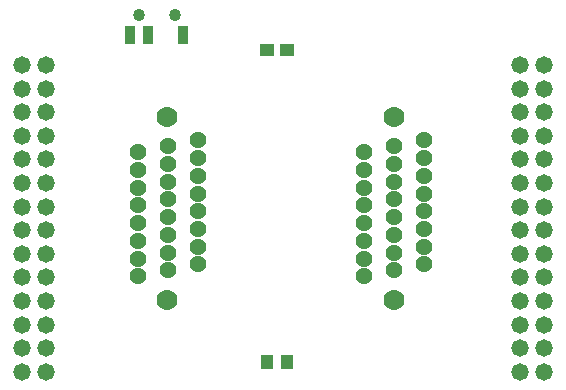
<source format=gbr>
G04 EAGLE Gerber RS-274X export*
G75*
%MOMM*%
%FSLAX34Y34*%
%LPD*%
%INSoldermask Top*%
%IPPOS*%
%AMOC8*
5,1,8,0,0,1.08239X$1,22.5*%
G01*
G04 Define Apertures*
%ADD10C,1.477000*%
%ADD11C,1.427000*%
%ADD12C,1.777000*%
%ADD13R,1.227000X1.127000*%
%ADD14R,0.827000X1.627000*%
%ADD15C,1.027000*%
%ADD16R,1.127000X1.227000*%
D10*
X307500Y528780D03*
X327500Y528780D03*
X307500Y508780D03*
X327500Y508780D03*
X307500Y488780D03*
X327500Y488780D03*
X307500Y468780D03*
X327500Y468780D03*
X307500Y448780D03*
X327500Y448780D03*
X307500Y428780D03*
X327500Y428780D03*
X307500Y408780D03*
X327500Y408780D03*
X307500Y388780D03*
X327500Y388780D03*
X307500Y368780D03*
X327500Y368780D03*
X307500Y348780D03*
X327500Y348780D03*
X307500Y328780D03*
X327500Y328780D03*
X307500Y308780D03*
X327500Y308780D03*
X307500Y288780D03*
X327500Y288780D03*
X307500Y268780D03*
X327500Y268780D03*
X729140Y528780D03*
X749140Y528780D03*
X729140Y508780D03*
X749140Y508780D03*
X729140Y488780D03*
X749140Y488780D03*
X729140Y468780D03*
X749140Y468780D03*
X729140Y448780D03*
X749140Y448780D03*
X729140Y428780D03*
X749140Y428780D03*
X729140Y408780D03*
X749140Y408780D03*
X729140Y388780D03*
X749140Y388780D03*
X729140Y368780D03*
X749140Y368780D03*
X729140Y348780D03*
X749140Y348780D03*
X729140Y328780D03*
X749140Y328780D03*
X729140Y308780D03*
X749140Y308780D03*
X729140Y288780D03*
X749140Y288780D03*
X729140Y268780D03*
X749140Y268780D03*
D11*
X647700Y464820D03*
X622320Y459820D03*
X596940Y454820D03*
X647700Y449820D03*
X622320Y444820D03*
X596940Y439820D03*
X647700Y434820D03*
X622320Y429820D03*
X596940Y424820D03*
X647700Y419820D03*
X622320Y414820D03*
X596940Y409820D03*
X647700Y404820D03*
X622320Y399820D03*
X596940Y394820D03*
X647700Y389820D03*
X622320Y384820D03*
X596940Y379820D03*
X647700Y374820D03*
X622320Y369820D03*
X596940Y364820D03*
X647700Y359820D03*
X622320Y354820D03*
X596940Y349820D03*
X456200Y464820D03*
X430820Y459820D03*
X405440Y454820D03*
X456200Y449820D03*
X430820Y444820D03*
X405440Y439820D03*
X456200Y434820D03*
X430820Y429820D03*
X405440Y424820D03*
X456200Y419820D03*
X430820Y414820D03*
X405440Y409820D03*
X456200Y404820D03*
X430820Y399820D03*
X405440Y394820D03*
X456200Y389820D03*
X430820Y384820D03*
X405440Y379820D03*
X456200Y374820D03*
X430820Y369820D03*
X405440Y364820D03*
X456200Y359820D03*
X430820Y354820D03*
X405440Y349820D03*
D12*
X622520Y329352D03*
X430366Y485034D03*
X622520Y484292D03*
X430366Y330094D03*
D13*
X514740Y541020D03*
X531740Y541020D03*
D14*
X444020Y553720D03*
X414020Y553720D03*
X399020Y553720D03*
D15*
X436520Y571220D03*
X406520Y571220D03*
D16*
X531740Y276860D03*
X514740Y276860D03*
M02*

</source>
